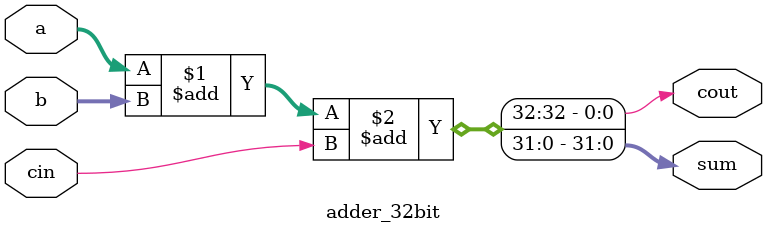
<source format=v>

module adder_32bit (a , b, cin, cout, sum);
  input [31:0] a, b;
  input cin;
  output cout;
  output [31:0] sum;
  
  assign {cout, sum} = a + b + cin;
  
endmodule

</source>
